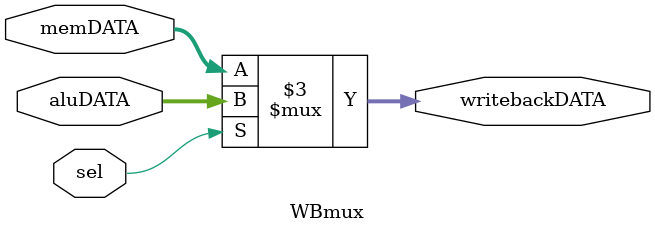
<source format=v>
`timescale 1ns / 1ps

module WBmux(memDATA,aluDATA,sel,writebackDATA);
input [7:0]memDATA,aluDATA;
input sel;
output reg [7:0]writebackDATA;

always@(*)
begin
	if(sel) writebackDATA=aluDATA;
	else writebackDATA=memDATA;
end
endmodule


</source>
